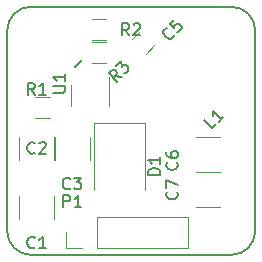
<source format=gbr>
G04 #@! TF.FileFunction,Legend,Top*
%FSLAX46Y46*%
G04 Gerber Fmt 4.6, Leading zero omitted, Abs format (unit mm)*
G04 Created by KiCad (PCBNEW 4.0.5) date Sunday, 09. April 2017 'u35' 15:35:46*
%MOMM*%
%LPD*%
G01*
G04 APERTURE LIST*
%ADD10C,0.100000*%
%ADD11C,0.200000*%
%ADD12C,0.150000*%
%ADD13C,0.120000*%
G04 APERTURE END LIST*
D10*
D11*
X125715000Y-94125000D02*
X126350000Y-93490000D01*
D12*
X139000000Y-110000000D02*
G75*
G03X141000000Y-108000000I0J2000000D01*
G01*
X120000000Y-108000000D02*
G75*
G03X122000000Y-110000000I2000000J0D01*
G01*
X141000000Y-91000000D02*
G75*
G03X139000000Y-89000000I-2000000J0D01*
G01*
X122000000Y-89000000D02*
G75*
G03X120000000Y-91000000I0J-2000000D01*
G01*
X139000000Y-110000000D02*
X122000000Y-110000000D01*
X141000000Y-91000000D02*
X141000000Y-108000000D01*
X122000000Y-89000000D02*
X139000000Y-89000000D01*
X120000000Y-108000000D02*
X120000000Y-91000000D01*
D13*
X125390000Y-95600000D02*
X125390000Y-97400000D01*
X128610000Y-97400000D02*
X128610000Y-94950000D01*
X131252513Y-91045406D02*
X130545406Y-91752513D01*
X131747487Y-92954594D02*
X132454594Y-92247487D01*
X131650000Y-98830000D02*
X127350000Y-98830000D01*
X127350000Y-98830000D02*
X127350000Y-104530000D01*
X131650000Y-98830000D02*
X131650000Y-104530000D01*
X127620000Y-109425000D02*
X135300000Y-109425000D01*
X135300000Y-109425000D02*
X135300000Y-106765000D01*
X135300000Y-106765000D02*
X127620000Y-106765000D01*
X127620000Y-106765000D02*
X127620000Y-109425000D01*
X126350000Y-109425000D02*
X125020000Y-109425000D01*
X125020000Y-109425000D02*
X125020000Y-108095000D01*
X122400000Y-96620000D02*
X123600000Y-96620000D01*
X123600000Y-98380000D02*
X122400000Y-98380000D01*
X127155000Y-90070000D02*
X128355000Y-90070000D01*
X128355000Y-91830000D02*
X127155000Y-91830000D01*
X128355000Y-93735000D02*
X127155000Y-93735000D01*
X127155000Y-91975000D02*
X128355000Y-91975000D01*
X121020000Y-105000000D02*
X121020000Y-107000000D01*
X123980000Y-107000000D02*
X123980000Y-105000000D01*
X123980000Y-102000000D02*
X123980000Y-100000000D01*
X121020000Y-100000000D02*
X121020000Y-102000000D01*
X126980000Y-102000000D02*
X126980000Y-100000000D01*
X124020000Y-100000000D02*
X124020000Y-102000000D01*
X136000000Y-102980000D02*
X138000000Y-102980000D01*
X138000000Y-100020000D02*
X136000000Y-100020000D01*
X136000000Y-105980000D02*
X138000000Y-105980000D01*
X138000000Y-103020000D02*
X136000000Y-103020000D01*
D12*
X123912381Y-96261905D02*
X124721905Y-96261905D01*
X124817143Y-96214286D01*
X124864762Y-96166667D01*
X124912381Y-96071429D01*
X124912381Y-95880952D01*
X124864762Y-95785714D01*
X124817143Y-95738095D01*
X124721905Y-95690476D01*
X123912381Y-95690476D01*
X124912381Y-94690476D02*
X124912381Y-95261905D01*
X124912381Y-94976191D02*
X123912381Y-94976191D01*
X124055238Y-95071429D01*
X124150476Y-95166667D01*
X124198095Y-95261905D01*
X134134688Y-91370389D02*
X134134688Y-91437732D01*
X134067344Y-91572419D01*
X134000001Y-91639763D01*
X133865313Y-91707107D01*
X133730626Y-91707107D01*
X133629611Y-91673435D01*
X133461253Y-91572420D01*
X133360237Y-91471404D01*
X133259222Y-91303045D01*
X133225550Y-91202030D01*
X133225550Y-91067343D01*
X133292894Y-90932656D01*
X133360237Y-90865312D01*
X133494924Y-90797969D01*
X133562268Y-90797969D01*
X134134688Y-90090862D02*
X133797970Y-90427580D01*
X134101015Y-90797969D01*
X134101015Y-90730626D01*
X134134687Y-90629610D01*
X134303046Y-90461251D01*
X134404061Y-90427579D01*
X134471405Y-90427579D01*
X134572421Y-90461252D01*
X134740779Y-90629610D01*
X134774451Y-90730626D01*
X134774451Y-90797969D01*
X134740779Y-90898984D01*
X134572420Y-91067343D01*
X134471405Y-91101015D01*
X134404061Y-91101015D01*
X132952381Y-103238095D02*
X131952381Y-103238095D01*
X131952381Y-103000000D01*
X132000000Y-102857142D01*
X132095238Y-102761904D01*
X132190476Y-102714285D01*
X132380952Y-102666666D01*
X132523810Y-102666666D01*
X132714286Y-102714285D01*
X132809524Y-102761904D01*
X132904762Y-102857142D01*
X132952381Y-103000000D01*
X132952381Y-103238095D01*
X132952381Y-101714285D02*
X132952381Y-102285714D01*
X132952381Y-102000000D02*
X131952381Y-102000000D01*
X132095238Y-102095238D01*
X132190476Y-102190476D01*
X132238095Y-102285714D01*
X124761905Y-105952381D02*
X124761905Y-104952381D01*
X125142858Y-104952381D01*
X125238096Y-105000000D01*
X125285715Y-105047619D01*
X125333334Y-105142857D01*
X125333334Y-105285714D01*
X125285715Y-105380952D01*
X125238096Y-105428571D01*
X125142858Y-105476190D01*
X124761905Y-105476190D01*
X126285715Y-105952381D02*
X125714286Y-105952381D01*
X126000000Y-105952381D02*
X126000000Y-104952381D01*
X125904762Y-105095238D01*
X125809524Y-105190476D01*
X125714286Y-105238095D01*
X122333334Y-96452381D02*
X122000000Y-95976190D01*
X121761905Y-96452381D02*
X121761905Y-95452381D01*
X122142858Y-95452381D01*
X122238096Y-95500000D01*
X122285715Y-95547619D01*
X122333334Y-95642857D01*
X122333334Y-95785714D01*
X122285715Y-95880952D01*
X122238096Y-95928571D01*
X122142858Y-95976190D01*
X121761905Y-95976190D01*
X123285715Y-96452381D02*
X122714286Y-96452381D01*
X123000000Y-96452381D02*
X123000000Y-95452381D01*
X122904762Y-95595238D01*
X122809524Y-95690476D01*
X122714286Y-95738095D01*
X130333334Y-91402381D02*
X130000000Y-90926190D01*
X129761905Y-91402381D02*
X129761905Y-90402381D01*
X130142858Y-90402381D01*
X130238096Y-90450000D01*
X130285715Y-90497619D01*
X130333334Y-90592857D01*
X130333334Y-90735714D01*
X130285715Y-90830952D01*
X130238096Y-90878571D01*
X130142858Y-90926190D01*
X129761905Y-90926190D01*
X130714286Y-90497619D02*
X130761905Y-90450000D01*
X130857143Y-90402381D01*
X131095239Y-90402381D01*
X131190477Y-90450000D01*
X131238096Y-90497619D01*
X131285715Y-90592857D01*
X131285715Y-90688095D01*
X131238096Y-90830952D01*
X130666667Y-91402381D01*
X131285715Y-91402381D01*
X129702031Y-94937732D02*
X129129610Y-94836717D01*
X129297970Y-95341794D02*
X128590863Y-94634687D01*
X128860237Y-94365312D01*
X128961253Y-94331641D01*
X129028596Y-94331641D01*
X129129611Y-94365312D01*
X129230626Y-94466328D01*
X129264298Y-94567343D01*
X129264298Y-94634686D01*
X129230626Y-94735701D01*
X128961252Y-95005076D01*
X129230626Y-93994924D02*
X129668359Y-93557190D01*
X129702030Y-94062267D01*
X129803046Y-93961251D01*
X129904061Y-93927579D01*
X129971405Y-93927579D01*
X130072421Y-93961252D01*
X130240779Y-94129610D01*
X130274451Y-94230626D01*
X130274451Y-94297969D01*
X130240779Y-94398984D01*
X130038748Y-94601015D01*
X129937733Y-94634687D01*
X129870390Y-94634687D01*
X137702032Y-98937732D02*
X137365314Y-99274450D01*
X136658207Y-98567343D01*
X138308124Y-98331641D02*
X137904062Y-98735702D01*
X138106093Y-98533672D02*
X137398986Y-97826565D01*
X137432658Y-97994924D01*
X137432658Y-98129610D01*
X137398986Y-98230626D01*
X122333334Y-109357143D02*
X122285715Y-109404762D01*
X122142858Y-109452381D01*
X122047620Y-109452381D01*
X121904762Y-109404762D01*
X121809524Y-109309524D01*
X121761905Y-109214286D01*
X121714286Y-109023810D01*
X121714286Y-108880952D01*
X121761905Y-108690476D01*
X121809524Y-108595238D01*
X121904762Y-108500000D01*
X122047620Y-108452381D01*
X122142858Y-108452381D01*
X122285715Y-108500000D01*
X122333334Y-108547619D01*
X123285715Y-109452381D02*
X122714286Y-109452381D01*
X123000000Y-109452381D02*
X123000000Y-108452381D01*
X122904762Y-108595238D01*
X122809524Y-108690476D01*
X122714286Y-108738095D01*
X122333334Y-101357143D02*
X122285715Y-101404762D01*
X122142858Y-101452381D01*
X122047620Y-101452381D01*
X121904762Y-101404762D01*
X121809524Y-101309524D01*
X121761905Y-101214286D01*
X121714286Y-101023810D01*
X121714286Y-100880952D01*
X121761905Y-100690476D01*
X121809524Y-100595238D01*
X121904762Y-100500000D01*
X122047620Y-100452381D01*
X122142858Y-100452381D01*
X122285715Y-100500000D01*
X122333334Y-100547619D01*
X122714286Y-100547619D02*
X122761905Y-100500000D01*
X122857143Y-100452381D01*
X123095239Y-100452381D01*
X123190477Y-100500000D01*
X123238096Y-100547619D01*
X123285715Y-100642857D01*
X123285715Y-100738095D01*
X123238096Y-100880952D01*
X122666667Y-101452381D01*
X123285715Y-101452381D01*
X125333334Y-104357143D02*
X125285715Y-104404762D01*
X125142858Y-104452381D01*
X125047620Y-104452381D01*
X124904762Y-104404762D01*
X124809524Y-104309524D01*
X124761905Y-104214286D01*
X124714286Y-104023810D01*
X124714286Y-103880952D01*
X124761905Y-103690476D01*
X124809524Y-103595238D01*
X124904762Y-103500000D01*
X125047620Y-103452381D01*
X125142858Y-103452381D01*
X125285715Y-103500000D01*
X125333334Y-103547619D01*
X125666667Y-103452381D02*
X126285715Y-103452381D01*
X125952381Y-103833333D01*
X126095239Y-103833333D01*
X126190477Y-103880952D01*
X126238096Y-103928571D01*
X126285715Y-104023810D01*
X126285715Y-104261905D01*
X126238096Y-104357143D01*
X126190477Y-104404762D01*
X126095239Y-104452381D01*
X125809524Y-104452381D01*
X125714286Y-104404762D01*
X125666667Y-104357143D01*
X134357143Y-102166666D02*
X134404762Y-102214285D01*
X134452381Y-102357142D01*
X134452381Y-102452380D01*
X134404762Y-102595238D01*
X134309524Y-102690476D01*
X134214286Y-102738095D01*
X134023810Y-102785714D01*
X133880952Y-102785714D01*
X133690476Y-102738095D01*
X133595238Y-102690476D01*
X133500000Y-102595238D01*
X133452381Y-102452380D01*
X133452381Y-102357142D01*
X133500000Y-102214285D01*
X133547619Y-102166666D01*
X133452381Y-101309523D02*
X133452381Y-101500000D01*
X133500000Y-101595238D01*
X133547619Y-101642857D01*
X133690476Y-101738095D01*
X133880952Y-101785714D01*
X134261905Y-101785714D01*
X134357143Y-101738095D01*
X134404762Y-101690476D01*
X134452381Y-101595238D01*
X134452381Y-101404761D01*
X134404762Y-101309523D01*
X134357143Y-101261904D01*
X134261905Y-101214285D01*
X134023810Y-101214285D01*
X133928571Y-101261904D01*
X133880952Y-101309523D01*
X133833333Y-101404761D01*
X133833333Y-101595238D01*
X133880952Y-101690476D01*
X133928571Y-101738095D01*
X134023810Y-101785714D01*
X134357143Y-104666666D02*
X134404762Y-104714285D01*
X134452381Y-104857142D01*
X134452381Y-104952380D01*
X134404762Y-105095238D01*
X134309524Y-105190476D01*
X134214286Y-105238095D01*
X134023810Y-105285714D01*
X133880952Y-105285714D01*
X133690476Y-105238095D01*
X133595238Y-105190476D01*
X133500000Y-105095238D01*
X133452381Y-104952380D01*
X133452381Y-104857142D01*
X133500000Y-104714285D01*
X133547619Y-104666666D01*
X133452381Y-104333333D02*
X133452381Y-103666666D01*
X134452381Y-104095238D01*
M02*

</source>
